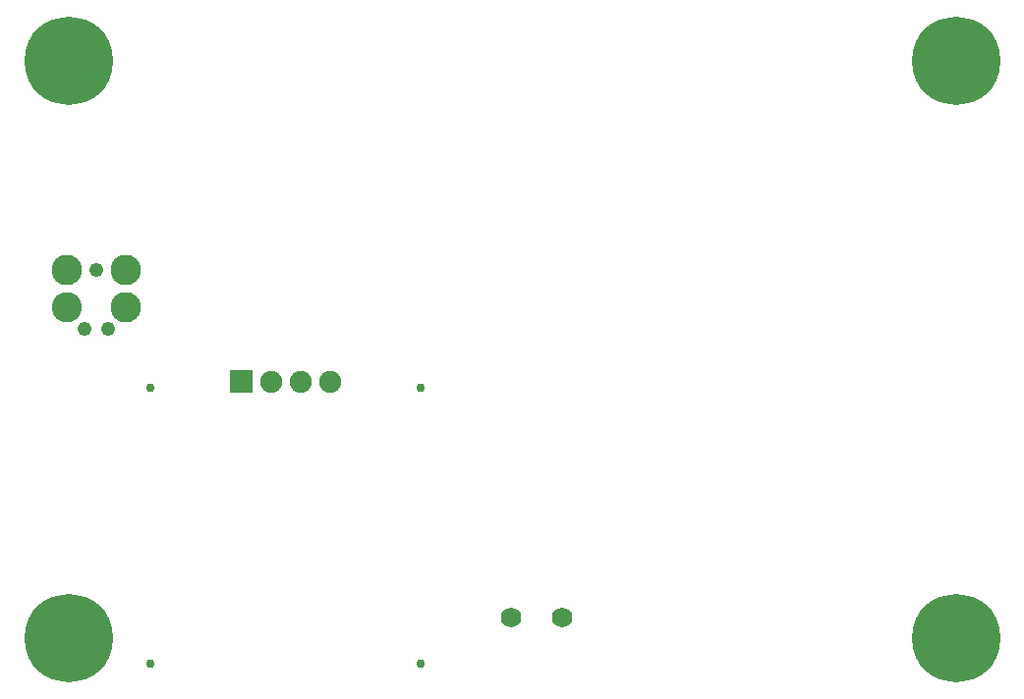
<source format=gbr>
G04 start of page 8 for group -4062 idx -4062 *
G04 Title: (unknown), soldermask *
G04 Creator: pcb 4.0.2 *
G04 CreationDate: Sat May 14 18:06:43 2022 UTC *
G04 For: railfan *
G04 Format: Gerber/RS-274X *
G04 PCB-Dimensions (mil): 3350.00 2300.00 *
G04 PCB-Coordinate-Origin: lower left *
%MOIN*%
%FSLAX25Y25*%
%LNBOTTOMMASK*%
%ADD69C,0.0490*%
%ADD68C,0.1025*%
%ADD67C,0.2997*%
%ADD66C,0.0693*%
%ADD65C,0.0750*%
%ADD64C,0.0001*%
%ADD63C,0.1035*%
%ADD62C,0.0299*%
G54D62*X44732Y8445D03*
G54D63*X36500Y142000D03*
Y129500D03*
G54D64*G36*
X71848Y107864D02*Y100364D01*
X79348D01*
Y107864D01*
X71848D01*
G37*
G54D65*X85598Y104114D03*
X95598D03*
X105598D03*
G54D62*X44732Y102146D03*
X136465D03*
Y8445D03*
G54D66*X167177Y24000D03*
X184500D03*
G54D67*X318000Y17000D03*
Y213000D03*
X17000D03*
G54D68*X16500Y129500D03*
G54D63*Y142000D03*
G54D69*X26500D03*
X30500Y122000D03*
X22500D03*
G54D67*X17000Y17000D03*
M02*

</source>
